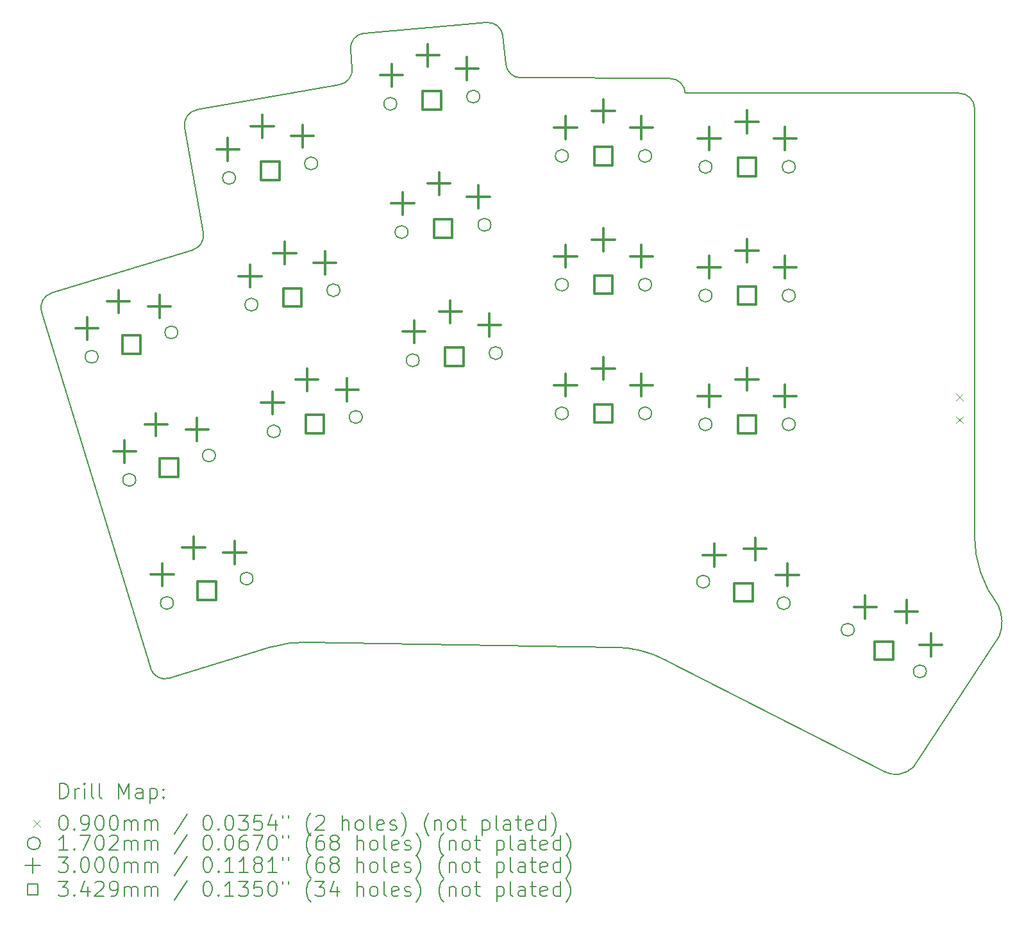
<source format=gbr>
%FSLAX45Y45*%
G04 Gerber Fmt 4.5, Leading zero omitted, Abs format (unit mm)*
G04 Created by KiCad (PCBNEW (6.0.4)) date 2022-04-28 23:50:09*
%MOMM*%
%LPD*%
G01*
G04 APERTURE LIST*
%TA.AperFunction,Profile*%
%ADD10C,0.150000*%
%TD*%
%ADD11C,0.200000*%
%ADD12C,0.090000*%
%ADD13C,0.170180*%
%ADD14C,0.300000*%
%ADD15C,0.342900*%
G04 APERTURE END LIST*
D10*
X10251727Y11883106D02*
G75*
G03*
X10450959Y11700537I199233J17424D01*
G01*
X8058800Y11611548D02*
G75*
G03*
X8223309Y11825945I-34731J196962D01*
G01*
X16763999Y4318001D02*
G75*
G03*
X16752859Y4733046I-472509J194990D01*
G01*
X16441111Y5648503D02*
G75*
G03*
X16752859Y4733046I1499999J-3D01*
G01*
X6012082Y11047576D02*
X6257677Y9654738D01*
X11692239Y4180264D02*
X7614896Y4246738D01*
X8383412Y12290698D02*
X9997248Y12431891D01*
X5559296Y3903629D02*
G75*
G03*
X5809038Y3770844I191264J58481D01*
G01*
X5809038Y3770844D02*
X7151887Y4181395D01*
X12620653Y11496648D02*
X14451046Y11496648D01*
X16241109Y11496648D02*
X14451046Y11496648D01*
X10450959Y11700537D02*
X12420716Y11691648D01*
X7614896Y4246737D02*
G75*
G03*
X7151887Y4181395I-24457J-1499797D01*
G01*
X4120834Y8608651D02*
X5559303Y3903631D01*
X10213921Y12250083D02*
G75*
G03*
X9997248Y12431891I-199241J-17433D01*
G01*
X6174314Y11279267D02*
G75*
G03*
X6012083Y11047576I34730J-196961D01*
G01*
X15635421Y2598579D02*
X16764000Y4318000D01*
X12374670Y4003461D02*
G75*
G03*
X11692239Y4180264I-706880J-1323001D01*
G01*
X15240000Y2540000D02*
X12374669Y4003459D01*
X12620656Y11496648D02*
G75*
G03*
X12420716Y11691648I-199936J-4998D01*
G01*
X15239997Y2539995D02*
G75*
G03*
X15635421Y2598579I158233J295765D01*
G01*
X4253621Y8858386D02*
G75*
G03*
X4120834Y8608650I58475J-191261D01*
G01*
X10213918Y12250083D02*
X10251720Y11883106D01*
X6174314Y11279267D02*
X8058800Y11611553D01*
X6119189Y9428752D02*
G75*
G03*
X6257677Y9654738I-58469J191258D01*
G01*
X8383413Y12290696D02*
G75*
G03*
X8201605Y12074028I17427J-199236D01*
G01*
X4253621Y8858386D02*
X6119190Y9428748D01*
X8223309Y11825945D02*
X8201605Y12074028D01*
X16441108Y11296648D02*
G75*
G03*
X16241109Y11496648I-199998J2D01*
G01*
X16441109Y5648503D02*
X16441109Y11296648D01*
D11*
D12*
X16196109Y7526648D02*
X16286109Y7436648D01*
X16286109Y7526648D02*
X16196109Y7436648D01*
X16196109Y7226648D02*
X16286109Y7136648D01*
X16286109Y7226648D02*
X16196109Y7136648D01*
D13*
X4868027Y8016350D02*
G75*
G03*
X4868027Y8016350I-85090J0D01*
G01*
X4868027Y8016350D02*
G75*
G03*
X4868027Y8016350I-85090J0D01*
G01*
X5365059Y6390632D02*
G75*
G03*
X5365059Y6390632I-85090J0D01*
G01*
X5365059Y6390632D02*
G75*
G03*
X5365059Y6390632I-85090J0D01*
G01*
X5862090Y4764914D02*
G75*
G03*
X5862090Y4764914I-85090J0D01*
G01*
X5862090Y4764914D02*
G75*
G03*
X5862090Y4764914I-85090J0D01*
G01*
X5919962Y8337959D02*
G75*
G03*
X5919962Y8337959I-85090J0D01*
G01*
X5919962Y8337959D02*
G75*
G03*
X5919962Y8337959I-85090J0D01*
G01*
X6416994Y6712241D02*
G75*
G03*
X6416994Y6712241I-85090J0D01*
G01*
X6416994Y6712241D02*
G75*
G03*
X6416994Y6712241I-85090J0D01*
G01*
X6682157Y10379000D02*
G75*
G03*
X6682157Y10379000I-85090J0D01*
G01*
X6682157Y10379000D02*
G75*
G03*
X6682157Y10379000I-85090J0D01*
G01*
X6914026Y5086523D02*
G75*
G03*
X6914026Y5086523I-85090J0D01*
G01*
X6914026Y5086523D02*
G75*
G03*
X6914026Y5086523I-85090J0D01*
G01*
X6977359Y8704827D02*
G75*
G03*
X6977359Y8704827I-85090J0D01*
G01*
X6977359Y8704827D02*
G75*
G03*
X6977359Y8704827I-85090J0D01*
G01*
X7272560Y7030654D02*
G75*
G03*
X7272560Y7030654I-85090J0D01*
G01*
X7272560Y7030654D02*
G75*
G03*
X7272560Y7030654I-85090J0D01*
G01*
X7765445Y10570013D02*
G75*
G03*
X7765445Y10570013I-85090J0D01*
G01*
X7765445Y10570013D02*
G75*
G03*
X7765445Y10570013I-85090J0D01*
G01*
X8060647Y8895840D02*
G75*
G03*
X8060647Y8895840I-85090J0D01*
G01*
X8060647Y8895840D02*
G75*
G03*
X8060647Y8895840I-85090J0D01*
G01*
X8355849Y7221667D02*
G75*
G03*
X8355849Y7221667I-85090J0D01*
G01*
X8355849Y7221667D02*
G75*
G03*
X8355849Y7221667I-85090J0D01*
G01*
X8811183Y11357012D02*
G75*
G03*
X8811183Y11357012I-85090J0D01*
G01*
X8811183Y11357012D02*
G75*
G03*
X8811183Y11357012I-85090J0D01*
G01*
X8959347Y9663481D02*
G75*
G03*
X8959347Y9663481I-85090J0D01*
G01*
X8959347Y9663481D02*
G75*
G03*
X8959347Y9663481I-85090J0D01*
G01*
X9107512Y7969950D02*
G75*
G03*
X9107512Y7969950I-85090J0D01*
G01*
X9107512Y7969950D02*
G75*
G03*
X9107512Y7969950I-85090J0D01*
G01*
X9906997Y11452883D02*
G75*
G03*
X9906997Y11452883I-85090J0D01*
G01*
X9906997Y11452883D02*
G75*
G03*
X9906997Y11452883I-85090J0D01*
G01*
X10055161Y9759352D02*
G75*
G03*
X10055161Y9759352I-85090J0D01*
G01*
X10055161Y9759352D02*
G75*
G03*
X10055161Y9759352I-85090J0D01*
G01*
X10203326Y8065821D02*
G75*
G03*
X10203326Y8065821I-85090J0D01*
G01*
X10203326Y8065821D02*
G75*
G03*
X10203326Y8065821I-85090J0D01*
G01*
X11076199Y10668602D02*
G75*
G03*
X11076199Y10668602I-85090J0D01*
G01*
X11076199Y10668602D02*
G75*
G03*
X11076199Y10668602I-85090J0D01*
G01*
X11076199Y8968602D02*
G75*
G03*
X11076199Y8968602I-85090J0D01*
G01*
X11076199Y8968602D02*
G75*
G03*
X11076199Y8968602I-85090J0D01*
G01*
X11076199Y7268602D02*
G75*
G03*
X11076199Y7268602I-85090J0D01*
G01*
X11076199Y7268602D02*
G75*
G03*
X11076199Y7268602I-85090J0D01*
G01*
X12176199Y10668602D02*
G75*
G03*
X12176199Y10668602I-85090J0D01*
G01*
X12176199Y10668602D02*
G75*
G03*
X12176199Y10668602I-85090J0D01*
G01*
X12176199Y8968602D02*
G75*
G03*
X12176199Y8968602I-85090J0D01*
G01*
X12176199Y8968602D02*
G75*
G03*
X12176199Y8968602I-85090J0D01*
G01*
X12176199Y7268602D02*
G75*
G03*
X12176199Y7268602I-85090J0D01*
G01*
X12176199Y7268602D02*
G75*
G03*
X12176199Y7268602I-85090J0D01*
G01*
X12942935Y5046224D02*
G75*
G03*
X12942935Y5046224I-85090J0D01*
G01*
X12942935Y5046224D02*
G75*
G03*
X12942935Y5046224I-85090J0D01*
G01*
X12972866Y10524629D02*
G75*
G03*
X12972866Y10524629I-85090J0D01*
G01*
X12972866Y10524629D02*
G75*
G03*
X12972866Y10524629I-85090J0D01*
G01*
X12972866Y8824629D02*
G75*
G03*
X12972866Y8824629I-85090J0D01*
G01*
X12972866Y8824629D02*
G75*
G03*
X12972866Y8824629I-85090J0D01*
G01*
X12972866Y7124629D02*
G75*
G03*
X12972866Y7124629I-85090J0D01*
G01*
X12972866Y7124629D02*
G75*
G03*
X12972866Y7124629I-85090J0D01*
G01*
X14005454Y4761523D02*
G75*
G03*
X14005454Y4761523I-85090J0D01*
G01*
X14005454Y4761523D02*
G75*
G03*
X14005454Y4761523I-85090J0D01*
G01*
X14072866Y10524629D02*
G75*
G03*
X14072866Y10524629I-85090J0D01*
G01*
X14072866Y10524629D02*
G75*
G03*
X14072866Y10524629I-85090J0D01*
G01*
X14072866Y8824629D02*
G75*
G03*
X14072866Y8824629I-85090J0D01*
G01*
X14072866Y8824629D02*
G75*
G03*
X14072866Y8824629I-85090J0D01*
G01*
X14072866Y7124629D02*
G75*
G03*
X14072866Y7124629I-85090J0D01*
G01*
X14072866Y7124629D02*
G75*
G03*
X14072866Y7124629I-85090J0D01*
G01*
X14851640Y4411021D02*
G75*
G03*
X14851640Y4411021I-85090J0D01*
G01*
X14851640Y4411021D02*
G75*
G03*
X14851640Y4411021I-85090J0D01*
G01*
X15804268Y3861021D02*
G75*
G03*
X15804268Y3861021I-85090J0D01*
G01*
X15804268Y3861021D02*
G75*
G03*
X15804268Y3861021I-85090J0D01*
G01*
D14*
X4721113Y8539583D02*
X4721113Y8239583D01*
X4571113Y8389583D02*
X4871113Y8389583D01*
X5134943Y8896156D02*
X5134943Y8596156D01*
X4984943Y8746156D02*
X5284943Y8746156D01*
X5134943Y8896156D02*
X5134943Y8596156D01*
X4984943Y8746156D02*
X5284943Y8746156D01*
X5218144Y6913865D02*
X5218144Y6613865D01*
X5068144Y6763865D02*
X5368144Y6763865D01*
X5631975Y7270437D02*
X5631975Y6970437D01*
X5481975Y7120437D02*
X5781975Y7120437D01*
X5631975Y7270437D02*
X5631975Y6970437D01*
X5481975Y7120437D02*
X5781975Y7120437D01*
X5677417Y8831954D02*
X5677417Y8531954D01*
X5527417Y8681954D02*
X5827417Y8681954D01*
X5715176Y5288147D02*
X5715176Y4988147D01*
X5565176Y5138147D02*
X5865176Y5138147D01*
X6129007Y5644719D02*
X6129007Y5344719D01*
X5979007Y5494719D02*
X6279007Y5494719D01*
X6129007Y5644719D02*
X6129007Y5344719D01*
X5979007Y5494719D02*
X6279007Y5494719D01*
X6174449Y7206236D02*
X6174449Y6906236D01*
X6024449Y7056236D02*
X6324449Y7056236D01*
X6581189Y10906986D02*
X6581189Y10606986D01*
X6431189Y10756986D02*
X6731189Y10756986D01*
X6671481Y5580518D02*
X6671481Y5280518D01*
X6521481Y5430518D02*
X6821481Y5430518D01*
X6876391Y9232812D02*
X6876391Y8932812D01*
X6726391Y9082812D02*
X7026391Y9082812D01*
X7035390Y11210467D02*
X7035390Y10910467D01*
X6885390Y11060467D02*
X7185390Y11060467D01*
X7035390Y11210467D02*
X7035390Y10910467D01*
X6885390Y11060467D02*
X7185390Y11060467D01*
X7171593Y7558639D02*
X7171593Y7258639D01*
X7021593Y7408639D02*
X7321593Y7408639D01*
X7330592Y9536294D02*
X7330592Y9236294D01*
X7180592Y9386294D02*
X7480592Y9386294D01*
X7330592Y9536294D02*
X7330592Y9236294D01*
X7180592Y9386294D02*
X7480592Y9386294D01*
X7565997Y11080634D02*
X7565997Y10780634D01*
X7415997Y10930634D02*
X7715997Y10930634D01*
X7625794Y7862121D02*
X7625794Y7562121D01*
X7475794Y7712121D02*
X7775794Y7712121D01*
X7625794Y7862121D02*
X7625794Y7562121D01*
X7475794Y7712121D02*
X7775794Y7712121D01*
X7861199Y9406461D02*
X7861199Y9106461D01*
X7711199Y9256461D02*
X8011199Y9256461D01*
X8156401Y7732287D02*
X8156401Y7432287D01*
X8006401Y7582287D02*
X8306401Y7582287D01*
X8743219Y11884943D02*
X8743219Y11584943D01*
X8593219Y11734943D02*
X8893219Y11734943D01*
X8891384Y10191412D02*
X8891384Y9891412D01*
X8741384Y10041412D02*
X9041384Y10041412D01*
X9039548Y8497881D02*
X9039548Y8197881D01*
X8889548Y8347881D02*
X9189548Y8347881D01*
X9222142Y12147683D02*
X9222142Y11847683D01*
X9072142Y11997683D02*
X9372142Y11997683D01*
X9222142Y12147683D02*
X9222142Y11847683D01*
X9072142Y11997683D02*
X9372142Y11997683D01*
X9370307Y10454153D02*
X9370307Y10154153D01*
X9220307Y10304153D02*
X9520307Y10304153D01*
X9370307Y10454153D02*
X9370307Y10154153D01*
X9220307Y10304153D02*
X9520307Y10304153D01*
X9518471Y8760622D02*
X9518471Y8460622D01*
X9368471Y8610622D02*
X9668471Y8610622D01*
X9518471Y8760622D02*
X9518471Y8460622D01*
X9368471Y8610622D02*
X9668471Y8610622D01*
X9739414Y11972099D02*
X9739414Y11672099D01*
X9589414Y11822099D02*
X9889414Y11822099D01*
X9887578Y10278568D02*
X9887578Y9978568D01*
X9737578Y10128568D02*
X10037578Y10128568D01*
X10035743Y8585037D02*
X10035743Y8285037D01*
X9885743Y8435037D02*
X10185743Y8435037D01*
X11041109Y11193602D02*
X11041109Y10893602D01*
X10891109Y11043602D02*
X11191109Y11043602D01*
X11041109Y9493602D02*
X11041109Y9193602D01*
X10891109Y9343602D02*
X11191109Y9343602D01*
X11041109Y7793602D02*
X11041109Y7493602D01*
X10891109Y7643602D02*
X11191109Y7643602D01*
X11541109Y11413602D02*
X11541109Y11113602D01*
X11391109Y11263602D02*
X11691109Y11263602D01*
X11541109Y11413602D02*
X11541109Y11113602D01*
X11391109Y11263602D02*
X11691109Y11263602D01*
X11541109Y9713602D02*
X11541109Y9413602D01*
X11391109Y9563602D02*
X11691109Y9563602D01*
X11541109Y9713602D02*
X11541109Y9413602D01*
X11391109Y9563602D02*
X11691109Y9563602D01*
X11541109Y8013602D02*
X11541109Y7713602D01*
X11391109Y7863602D02*
X11691109Y7863602D01*
X11541109Y8013602D02*
X11541109Y7713602D01*
X11391109Y7863602D02*
X11691109Y7863602D01*
X12041109Y11193602D02*
X12041109Y10893602D01*
X11891109Y11043602D02*
X12191109Y11043602D01*
X12041109Y9493602D02*
X12041109Y9193602D01*
X11891109Y9343602D02*
X12191109Y9343602D01*
X12041109Y7793602D02*
X12041109Y7493602D01*
X11891109Y7643602D02*
X12191109Y7643602D01*
X12937776Y11049629D02*
X12937776Y10749629D01*
X12787776Y10899629D02*
X13087776Y10899629D01*
X12937776Y9349629D02*
X12937776Y9049629D01*
X12787776Y9199629D02*
X13087776Y9199629D01*
X12937776Y7649629D02*
X12937776Y7349629D01*
X12787776Y7499629D02*
X13087776Y7499629D01*
X13003199Y5545506D02*
X13003199Y5245506D01*
X12853199Y5395506D02*
X13153199Y5395506D01*
X13437776Y11269629D02*
X13437776Y10969629D01*
X13287776Y11119629D02*
X13587776Y11119629D01*
X13437776Y11269629D02*
X13437776Y10969629D01*
X13287776Y11119629D02*
X13587776Y11119629D01*
X13437776Y9569629D02*
X13437776Y9269629D01*
X13287776Y9419629D02*
X13587776Y9419629D01*
X13437776Y9569629D02*
X13437776Y9269629D01*
X13287776Y9419629D02*
X13587776Y9419629D01*
X13437776Y7869629D02*
X13437776Y7569629D01*
X13287776Y7719629D02*
X13587776Y7719629D01*
X13437776Y7869629D02*
X13437776Y7569629D01*
X13287776Y7719629D02*
X13587776Y7719629D01*
X13543102Y5628600D02*
X13543102Y5328600D01*
X13393102Y5478600D02*
X13693102Y5478600D01*
X13543102Y5628600D02*
X13543102Y5328600D01*
X13393102Y5478600D02*
X13693102Y5478600D01*
X13937776Y11049629D02*
X13937776Y10749629D01*
X13787776Y10899629D02*
X14087776Y10899629D01*
X13937776Y9349629D02*
X13937776Y9049629D01*
X13787776Y9199629D02*
X14087776Y9199629D01*
X13937776Y7649629D02*
X13937776Y7349629D01*
X13787776Y7499629D02*
X14087776Y7499629D01*
X13969125Y5286687D02*
X13969125Y4986687D01*
X13819125Y5136687D02*
X14119125Y5136687D01*
X14997352Y4860781D02*
X14997352Y4560781D01*
X14847352Y4710781D02*
X15147352Y4710781D01*
X15540364Y4801306D02*
X15540364Y4501306D01*
X15390364Y4651306D02*
X15690364Y4651306D01*
X15540364Y4801306D02*
X15540364Y4501306D01*
X15390364Y4651306D02*
X15690364Y4651306D01*
X15863377Y4360781D02*
X15863377Y4060781D01*
X15713377Y4210781D02*
X16013377Y4210781D01*
D15*
X5430139Y8055920D02*
X5430139Y8298389D01*
X5187670Y8298389D01*
X5187670Y8055920D01*
X5430139Y8055920D01*
X5430139Y8055920D02*
X5430139Y8298389D01*
X5187670Y8298389D01*
X5187670Y8055920D01*
X5430139Y8055920D01*
X5927171Y6430202D02*
X5927171Y6672671D01*
X5684702Y6672671D01*
X5684702Y6430202D01*
X5927171Y6430202D01*
X5927171Y6430202D02*
X5927171Y6672671D01*
X5684702Y6672671D01*
X5684702Y6430202D01*
X5927171Y6430202D01*
X6424203Y4804484D02*
X6424203Y5046953D01*
X6181733Y5046953D01*
X6181733Y4804484D01*
X6424203Y4804484D01*
X6424203Y4804484D02*
X6424203Y5046953D01*
X6181733Y5046953D01*
X6181733Y4804484D01*
X6424203Y4804484D01*
X7259946Y10353272D02*
X7259946Y10595741D01*
X7017476Y10595741D01*
X7017476Y10353272D01*
X7259946Y10353272D01*
X7259946Y10353272D02*
X7259946Y10595741D01*
X7017476Y10595741D01*
X7017476Y10353272D01*
X7259946Y10353272D01*
X7555147Y8679099D02*
X7555147Y8921568D01*
X7312678Y8921568D01*
X7312678Y8679099D01*
X7555147Y8679099D01*
X7555147Y8679099D02*
X7555147Y8921568D01*
X7312678Y8921568D01*
X7312678Y8679099D01*
X7555147Y8679099D01*
X7850349Y7004926D02*
X7850349Y7247395D01*
X7607880Y7247395D01*
X7607880Y7004926D01*
X7850349Y7004926D01*
X7850349Y7004926D02*
X7850349Y7247395D01*
X7607880Y7247395D01*
X7607880Y7004926D01*
X7850349Y7004926D01*
X9395234Y11283713D02*
X9395234Y11526182D01*
X9152765Y11526182D01*
X9152765Y11283713D01*
X9395234Y11283713D01*
X9395234Y11283713D02*
X9395234Y11526182D01*
X9152765Y11526182D01*
X9152765Y11283713D01*
X9395234Y11283713D01*
X9543399Y9590182D02*
X9543399Y9832651D01*
X9300930Y9832651D01*
X9300930Y9590182D01*
X9543399Y9590182D01*
X9543399Y9590182D02*
X9543399Y9832651D01*
X9300930Y9832651D01*
X9300930Y9590182D01*
X9543399Y9590182D01*
X9691564Y7896651D02*
X9691564Y8139120D01*
X9449095Y8139120D01*
X9449095Y7896651D01*
X9691564Y7896651D01*
X9691564Y7896651D02*
X9691564Y8139120D01*
X9449095Y8139120D01*
X9449095Y7896651D01*
X9691564Y7896651D01*
X11662343Y10547367D02*
X11662343Y10789836D01*
X11419874Y10789836D01*
X11419874Y10547367D01*
X11662343Y10547367D01*
X11662343Y10547367D02*
X11662343Y10789836D01*
X11419874Y10789836D01*
X11419874Y10547367D01*
X11662343Y10547367D01*
X11662343Y8847367D02*
X11662343Y9089836D01*
X11419874Y9089836D01*
X11419874Y8847367D01*
X11662343Y8847367D01*
X11662343Y8847367D02*
X11662343Y9089836D01*
X11419874Y9089836D01*
X11419874Y8847367D01*
X11662343Y8847367D01*
X11662343Y7147367D02*
X11662343Y7389836D01*
X11419874Y7389836D01*
X11419874Y7147367D01*
X11662343Y7147367D01*
X11662343Y7147367D02*
X11662343Y7389836D01*
X11419874Y7389836D01*
X11419874Y7147367D01*
X11662343Y7147367D01*
X13510339Y4782639D02*
X13510339Y5025108D01*
X13267870Y5025108D01*
X13267870Y4782639D01*
X13510339Y4782639D01*
X13510339Y4782639D02*
X13510339Y5025108D01*
X13267870Y5025108D01*
X13267870Y4782639D01*
X13510339Y4782639D01*
X13559010Y10403394D02*
X13559010Y10645864D01*
X13316541Y10645864D01*
X13316541Y10403394D01*
X13559010Y10403394D01*
X13559010Y10403394D02*
X13559010Y10645864D01*
X13316541Y10645864D01*
X13316541Y10403394D01*
X13559010Y10403394D01*
X13559010Y8703394D02*
X13559010Y8945864D01*
X13316541Y8945864D01*
X13316541Y8703394D01*
X13559010Y8703394D01*
X13559010Y8703394D02*
X13559010Y8945864D01*
X13316541Y8945864D01*
X13316541Y8703394D01*
X13559010Y8703394D01*
X13559010Y7003394D02*
X13559010Y7245863D01*
X13316541Y7245863D01*
X13316541Y7003394D01*
X13559010Y7003394D01*
X13559010Y7003394D02*
X13559010Y7245863D01*
X13316541Y7245863D01*
X13316541Y7003394D01*
X13559010Y7003394D01*
X15364099Y4014787D02*
X15364099Y4257256D01*
X15121630Y4257256D01*
X15121630Y4014787D01*
X15364099Y4014787D01*
X15364099Y4014787D02*
X15364099Y4257256D01*
X15121630Y4257256D01*
X15121630Y4014787D01*
X15364099Y4014787D01*
D11*
X4362214Y2182352D02*
X4362214Y2382352D01*
X4409833Y2382352D01*
X4438405Y2372828D01*
X4457452Y2353780D01*
X4466976Y2334733D01*
X4476500Y2296637D01*
X4476500Y2268066D01*
X4466976Y2229971D01*
X4457452Y2210923D01*
X4438405Y2191875D01*
X4409833Y2182352D01*
X4362214Y2182352D01*
X4562214Y2182352D02*
X4562214Y2315685D01*
X4562214Y2277590D02*
X4571738Y2296637D01*
X4581262Y2306161D01*
X4600309Y2315685D01*
X4619357Y2315685D01*
X4686024Y2182352D02*
X4686024Y2315685D01*
X4686024Y2382352D02*
X4676500Y2372828D01*
X4686024Y2363304D01*
X4695547Y2372828D01*
X4686024Y2382352D01*
X4686024Y2363304D01*
X4809833Y2182352D02*
X4790785Y2191875D01*
X4781262Y2210923D01*
X4781262Y2382352D01*
X4914595Y2182352D02*
X4895547Y2191875D01*
X4886024Y2210923D01*
X4886024Y2382352D01*
X5143166Y2182352D02*
X5143166Y2382352D01*
X5209833Y2239494D01*
X5276500Y2382352D01*
X5276500Y2182352D01*
X5457452Y2182352D02*
X5457452Y2287114D01*
X5447928Y2306161D01*
X5428881Y2315685D01*
X5390785Y2315685D01*
X5371738Y2306161D01*
X5457452Y2191875D02*
X5438405Y2182352D01*
X5390785Y2182352D01*
X5371738Y2191875D01*
X5362214Y2210923D01*
X5362214Y2229971D01*
X5371738Y2249018D01*
X5390785Y2258542D01*
X5438405Y2258542D01*
X5457452Y2268066D01*
X5552690Y2315685D02*
X5552690Y2115685D01*
X5552690Y2306161D02*
X5571738Y2315685D01*
X5609833Y2315685D01*
X5628881Y2306161D01*
X5638404Y2296637D01*
X5647928Y2277590D01*
X5647928Y2220447D01*
X5638404Y2201399D01*
X5628881Y2191875D01*
X5609833Y2182352D01*
X5571738Y2182352D01*
X5552690Y2191875D01*
X5733643Y2201399D02*
X5743166Y2191875D01*
X5733643Y2182352D01*
X5724119Y2191875D01*
X5733643Y2201399D01*
X5733643Y2182352D01*
X5733643Y2306161D02*
X5743166Y2296637D01*
X5733643Y2287114D01*
X5724119Y2296637D01*
X5733643Y2306161D01*
X5733643Y2287114D01*
D12*
X4014595Y1897828D02*
X4104595Y1807828D01*
X4104595Y1897828D02*
X4014595Y1807828D01*
D11*
X4400309Y1962352D02*
X4419357Y1962352D01*
X4438405Y1952828D01*
X4447928Y1943304D01*
X4457452Y1924256D01*
X4466976Y1886161D01*
X4466976Y1838542D01*
X4457452Y1800447D01*
X4447928Y1781399D01*
X4438405Y1771875D01*
X4419357Y1762352D01*
X4400309Y1762352D01*
X4381262Y1771875D01*
X4371738Y1781399D01*
X4362214Y1800447D01*
X4352690Y1838542D01*
X4352690Y1886161D01*
X4362214Y1924256D01*
X4371738Y1943304D01*
X4381262Y1952828D01*
X4400309Y1962352D01*
X4552690Y1781399D02*
X4562214Y1771875D01*
X4552690Y1762352D01*
X4543166Y1771875D01*
X4552690Y1781399D01*
X4552690Y1762352D01*
X4657452Y1762352D02*
X4695547Y1762352D01*
X4714595Y1771875D01*
X4724119Y1781399D01*
X4743166Y1809971D01*
X4752690Y1848066D01*
X4752690Y1924256D01*
X4743166Y1943304D01*
X4733643Y1952828D01*
X4714595Y1962352D01*
X4676500Y1962352D01*
X4657452Y1952828D01*
X4647928Y1943304D01*
X4638405Y1924256D01*
X4638405Y1876637D01*
X4647928Y1857590D01*
X4657452Y1848066D01*
X4676500Y1838542D01*
X4714595Y1838542D01*
X4733643Y1848066D01*
X4743166Y1857590D01*
X4752690Y1876637D01*
X4876500Y1962352D02*
X4895547Y1962352D01*
X4914595Y1952828D01*
X4924119Y1943304D01*
X4933643Y1924256D01*
X4943166Y1886161D01*
X4943166Y1838542D01*
X4933643Y1800447D01*
X4924119Y1781399D01*
X4914595Y1771875D01*
X4895547Y1762352D01*
X4876500Y1762352D01*
X4857452Y1771875D01*
X4847928Y1781399D01*
X4838405Y1800447D01*
X4828881Y1838542D01*
X4828881Y1886161D01*
X4838405Y1924256D01*
X4847928Y1943304D01*
X4857452Y1952828D01*
X4876500Y1962352D01*
X5066976Y1962352D02*
X5086024Y1962352D01*
X5105071Y1952828D01*
X5114595Y1943304D01*
X5124119Y1924256D01*
X5133643Y1886161D01*
X5133643Y1838542D01*
X5124119Y1800447D01*
X5114595Y1781399D01*
X5105071Y1771875D01*
X5086024Y1762352D01*
X5066976Y1762352D01*
X5047928Y1771875D01*
X5038405Y1781399D01*
X5028881Y1800447D01*
X5019357Y1838542D01*
X5019357Y1886161D01*
X5028881Y1924256D01*
X5038405Y1943304D01*
X5047928Y1952828D01*
X5066976Y1962352D01*
X5219357Y1762352D02*
X5219357Y1895685D01*
X5219357Y1876637D02*
X5228881Y1886161D01*
X5247928Y1895685D01*
X5276500Y1895685D01*
X5295547Y1886161D01*
X5305071Y1867113D01*
X5305071Y1762352D01*
X5305071Y1867113D02*
X5314595Y1886161D01*
X5333643Y1895685D01*
X5362214Y1895685D01*
X5381262Y1886161D01*
X5390785Y1867113D01*
X5390785Y1762352D01*
X5486024Y1762352D02*
X5486024Y1895685D01*
X5486024Y1876637D02*
X5495547Y1886161D01*
X5514595Y1895685D01*
X5543166Y1895685D01*
X5562214Y1886161D01*
X5571738Y1867113D01*
X5571738Y1762352D01*
X5571738Y1867113D02*
X5581262Y1886161D01*
X5600309Y1895685D01*
X5628881Y1895685D01*
X5647928Y1886161D01*
X5657452Y1867113D01*
X5657452Y1762352D01*
X6047928Y1971875D02*
X5876500Y1714732D01*
X6305071Y1962352D02*
X6324119Y1962352D01*
X6343166Y1952828D01*
X6352690Y1943304D01*
X6362214Y1924256D01*
X6371738Y1886161D01*
X6371738Y1838542D01*
X6362214Y1800447D01*
X6352690Y1781399D01*
X6343166Y1771875D01*
X6324119Y1762352D01*
X6305071Y1762352D01*
X6286023Y1771875D01*
X6276500Y1781399D01*
X6266976Y1800447D01*
X6257452Y1838542D01*
X6257452Y1886161D01*
X6266976Y1924256D01*
X6276500Y1943304D01*
X6286023Y1952828D01*
X6305071Y1962352D01*
X6457452Y1781399D02*
X6466976Y1771875D01*
X6457452Y1762352D01*
X6447928Y1771875D01*
X6457452Y1781399D01*
X6457452Y1762352D01*
X6590785Y1962352D02*
X6609833Y1962352D01*
X6628881Y1952828D01*
X6638404Y1943304D01*
X6647928Y1924256D01*
X6657452Y1886161D01*
X6657452Y1838542D01*
X6647928Y1800447D01*
X6638404Y1781399D01*
X6628881Y1771875D01*
X6609833Y1762352D01*
X6590785Y1762352D01*
X6571738Y1771875D01*
X6562214Y1781399D01*
X6552690Y1800447D01*
X6543166Y1838542D01*
X6543166Y1886161D01*
X6552690Y1924256D01*
X6562214Y1943304D01*
X6571738Y1952828D01*
X6590785Y1962352D01*
X6724119Y1962352D02*
X6847928Y1962352D01*
X6781262Y1886161D01*
X6809833Y1886161D01*
X6828881Y1876637D01*
X6838404Y1867113D01*
X6847928Y1848066D01*
X6847928Y1800447D01*
X6838404Y1781399D01*
X6828881Y1771875D01*
X6809833Y1762352D01*
X6752690Y1762352D01*
X6733643Y1771875D01*
X6724119Y1781399D01*
X7028881Y1962352D02*
X6933643Y1962352D01*
X6924119Y1867113D01*
X6933643Y1876637D01*
X6952690Y1886161D01*
X7000309Y1886161D01*
X7019357Y1876637D01*
X7028881Y1867113D01*
X7038404Y1848066D01*
X7038404Y1800447D01*
X7028881Y1781399D01*
X7019357Y1771875D01*
X7000309Y1762352D01*
X6952690Y1762352D01*
X6933643Y1771875D01*
X6924119Y1781399D01*
X7209833Y1895685D02*
X7209833Y1762352D01*
X7162214Y1971875D02*
X7114595Y1829018D01*
X7238404Y1829018D01*
X7305071Y1962352D02*
X7305071Y1924256D01*
X7381262Y1962352D02*
X7381262Y1924256D01*
X7676500Y1686161D02*
X7666976Y1695685D01*
X7647928Y1724256D01*
X7638404Y1743304D01*
X7628881Y1771875D01*
X7619357Y1819494D01*
X7619357Y1857590D01*
X7628881Y1905209D01*
X7638404Y1933780D01*
X7647928Y1952828D01*
X7666976Y1981399D01*
X7676500Y1990923D01*
X7743166Y1943304D02*
X7752690Y1952828D01*
X7771738Y1962352D01*
X7819357Y1962352D01*
X7838404Y1952828D01*
X7847928Y1943304D01*
X7857452Y1924256D01*
X7857452Y1905209D01*
X7847928Y1876637D01*
X7733643Y1762352D01*
X7857452Y1762352D01*
X8095547Y1762352D02*
X8095547Y1962352D01*
X8181262Y1762352D02*
X8181262Y1867113D01*
X8171738Y1886161D01*
X8152690Y1895685D01*
X8124119Y1895685D01*
X8105071Y1886161D01*
X8095547Y1876637D01*
X8305071Y1762352D02*
X8286023Y1771875D01*
X8276500Y1781399D01*
X8266976Y1800447D01*
X8266976Y1857590D01*
X8276500Y1876637D01*
X8286023Y1886161D01*
X8305071Y1895685D01*
X8333643Y1895685D01*
X8352690Y1886161D01*
X8362214Y1876637D01*
X8371738Y1857590D01*
X8371738Y1800447D01*
X8362214Y1781399D01*
X8352690Y1771875D01*
X8333643Y1762352D01*
X8305071Y1762352D01*
X8486024Y1762352D02*
X8466976Y1771875D01*
X8457452Y1790923D01*
X8457452Y1962352D01*
X8638405Y1771875D02*
X8619357Y1762352D01*
X8581262Y1762352D01*
X8562214Y1771875D01*
X8552690Y1790923D01*
X8552690Y1867113D01*
X8562214Y1886161D01*
X8581262Y1895685D01*
X8619357Y1895685D01*
X8638405Y1886161D01*
X8647928Y1867113D01*
X8647928Y1848066D01*
X8552690Y1829018D01*
X8724119Y1771875D02*
X8743166Y1762352D01*
X8781262Y1762352D01*
X8800309Y1771875D01*
X8809833Y1790923D01*
X8809833Y1800447D01*
X8800309Y1819494D01*
X8781262Y1829018D01*
X8752690Y1829018D01*
X8733643Y1838542D01*
X8724119Y1857590D01*
X8724119Y1867113D01*
X8733643Y1886161D01*
X8752690Y1895685D01*
X8781262Y1895685D01*
X8800309Y1886161D01*
X8876500Y1686161D02*
X8886024Y1695685D01*
X8905071Y1724256D01*
X8914595Y1743304D01*
X8924119Y1771875D01*
X8933643Y1819494D01*
X8933643Y1857590D01*
X8924119Y1905209D01*
X8914595Y1933780D01*
X8905071Y1952828D01*
X8886024Y1981399D01*
X8876500Y1990923D01*
X9238405Y1686161D02*
X9228881Y1695685D01*
X9209833Y1724256D01*
X9200309Y1743304D01*
X9190785Y1771875D01*
X9181262Y1819494D01*
X9181262Y1857590D01*
X9190785Y1905209D01*
X9200309Y1933780D01*
X9209833Y1952828D01*
X9228881Y1981399D01*
X9238405Y1990923D01*
X9314595Y1895685D02*
X9314595Y1762352D01*
X9314595Y1876637D02*
X9324119Y1886161D01*
X9343166Y1895685D01*
X9371738Y1895685D01*
X9390785Y1886161D01*
X9400309Y1867113D01*
X9400309Y1762352D01*
X9524119Y1762352D02*
X9505071Y1771875D01*
X9495547Y1781399D01*
X9486024Y1800447D01*
X9486024Y1857590D01*
X9495547Y1876637D01*
X9505071Y1886161D01*
X9524119Y1895685D01*
X9552690Y1895685D01*
X9571738Y1886161D01*
X9581262Y1876637D01*
X9590785Y1857590D01*
X9590785Y1800447D01*
X9581262Y1781399D01*
X9571738Y1771875D01*
X9552690Y1762352D01*
X9524119Y1762352D01*
X9647928Y1895685D02*
X9724119Y1895685D01*
X9676500Y1962352D02*
X9676500Y1790923D01*
X9686024Y1771875D01*
X9705071Y1762352D01*
X9724119Y1762352D01*
X9943166Y1895685D02*
X9943166Y1695685D01*
X9943166Y1886161D02*
X9962214Y1895685D01*
X10000309Y1895685D01*
X10019357Y1886161D01*
X10028881Y1876637D01*
X10038405Y1857590D01*
X10038405Y1800447D01*
X10028881Y1781399D01*
X10019357Y1771875D01*
X10000309Y1762352D01*
X9962214Y1762352D01*
X9943166Y1771875D01*
X10152690Y1762352D02*
X10133643Y1771875D01*
X10124119Y1790923D01*
X10124119Y1962352D01*
X10314595Y1762352D02*
X10314595Y1867113D01*
X10305071Y1886161D01*
X10286024Y1895685D01*
X10247928Y1895685D01*
X10228881Y1886161D01*
X10314595Y1771875D02*
X10295547Y1762352D01*
X10247928Y1762352D01*
X10228881Y1771875D01*
X10219357Y1790923D01*
X10219357Y1809971D01*
X10228881Y1829018D01*
X10247928Y1838542D01*
X10295547Y1838542D01*
X10314595Y1848066D01*
X10381262Y1895685D02*
X10457452Y1895685D01*
X10409833Y1962352D02*
X10409833Y1790923D01*
X10419357Y1771875D01*
X10438405Y1762352D01*
X10457452Y1762352D01*
X10600309Y1771875D02*
X10581262Y1762352D01*
X10543166Y1762352D01*
X10524119Y1771875D01*
X10514595Y1790923D01*
X10514595Y1867113D01*
X10524119Y1886161D01*
X10543166Y1895685D01*
X10581262Y1895685D01*
X10600309Y1886161D01*
X10609833Y1867113D01*
X10609833Y1848066D01*
X10514595Y1829018D01*
X10781262Y1762352D02*
X10781262Y1962352D01*
X10781262Y1771875D02*
X10762214Y1762352D01*
X10724119Y1762352D01*
X10705071Y1771875D01*
X10695547Y1781399D01*
X10686024Y1800447D01*
X10686024Y1857590D01*
X10695547Y1876637D01*
X10705071Y1886161D01*
X10724119Y1895685D01*
X10762214Y1895685D01*
X10781262Y1886161D01*
X10857452Y1686161D02*
X10866976Y1695685D01*
X10886024Y1724256D01*
X10895547Y1743304D01*
X10905071Y1771875D01*
X10914595Y1819494D01*
X10914595Y1857590D01*
X10905071Y1905209D01*
X10895547Y1933780D01*
X10886024Y1952828D01*
X10866976Y1981399D01*
X10857452Y1990923D01*
D13*
X4104595Y1588828D02*
G75*
G03*
X4104595Y1588828I-85090J0D01*
G01*
D11*
X4466976Y1498352D02*
X4352690Y1498352D01*
X4409833Y1498352D02*
X4409833Y1698352D01*
X4390785Y1669780D01*
X4371738Y1650732D01*
X4352690Y1641209D01*
X4552690Y1517399D02*
X4562214Y1507875D01*
X4552690Y1498352D01*
X4543166Y1507875D01*
X4552690Y1517399D01*
X4552690Y1498352D01*
X4628881Y1698352D02*
X4762214Y1698352D01*
X4676500Y1498352D01*
X4876500Y1698352D02*
X4895547Y1698352D01*
X4914595Y1688828D01*
X4924119Y1679304D01*
X4933643Y1660256D01*
X4943166Y1622161D01*
X4943166Y1574542D01*
X4933643Y1536447D01*
X4924119Y1517399D01*
X4914595Y1507875D01*
X4895547Y1498352D01*
X4876500Y1498352D01*
X4857452Y1507875D01*
X4847928Y1517399D01*
X4838405Y1536447D01*
X4828881Y1574542D01*
X4828881Y1622161D01*
X4838405Y1660256D01*
X4847928Y1679304D01*
X4857452Y1688828D01*
X4876500Y1698352D01*
X5019357Y1679304D02*
X5028881Y1688828D01*
X5047928Y1698352D01*
X5095547Y1698352D01*
X5114595Y1688828D01*
X5124119Y1679304D01*
X5133643Y1660256D01*
X5133643Y1641209D01*
X5124119Y1612637D01*
X5009833Y1498352D01*
X5133643Y1498352D01*
X5219357Y1498352D02*
X5219357Y1631685D01*
X5219357Y1612637D02*
X5228881Y1622161D01*
X5247928Y1631685D01*
X5276500Y1631685D01*
X5295547Y1622161D01*
X5305071Y1603113D01*
X5305071Y1498352D01*
X5305071Y1603113D02*
X5314595Y1622161D01*
X5333643Y1631685D01*
X5362214Y1631685D01*
X5381262Y1622161D01*
X5390785Y1603113D01*
X5390785Y1498352D01*
X5486024Y1498352D02*
X5486024Y1631685D01*
X5486024Y1612637D02*
X5495547Y1622161D01*
X5514595Y1631685D01*
X5543166Y1631685D01*
X5562214Y1622161D01*
X5571738Y1603113D01*
X5571738Y1498352D01*
X5571738Y1603113D02*
X5581262Y1622161D01*
X5600309Y1631685D01*
X5628881Y1631685D01*
X5647928Y1622161D01*
X5657452Y1603113D01*
X5657452Y1498352D01*
X6047928Y1707875D02*
X5876500Y1450732D01*
X6305071Y1698352D02*
X6324119Y1698352D01*
X6343166Y1688828D01*
X6352690Y1679304D01*
X6362214Y1660256D01*
X6371738Y1622161D01*
X6371738Y1574542D01*
X6362214Y1536447D01*
X6352690Y1517399D01*
X6343166Y1507875D01*
X6324119Y1498352D01*
X6305071Y1498352D01*
X6286023Y1507875D01*
X6276500Y1517399D01*
X6266976Y1536447D01*
X6257452Y1574542D01*
X6257452Y1622161D01*
X6266976Y1660256D01*
X6276500Y1679304D01*
X6286023Y1688828D01*
X6305071Y1698352D01*
X6457452Y1517399D02*
X6466976Y1507875D01*
X6457452Y1498352D01*
X6447928Y1507875D01*
X6457452Y1517399D01*
X6457452Y1498352D01*
X6590785Y1698352D02*
X6609833Y1698352D01*
X6628881Y1688828D01*
X6638404Y1679304D01*
X6647928Y1660256D01*
X6657452Y1622161D01*
X6657452Y1574542D01*
X6647928Y1536447D01*
X6638404Y1517399D01*
X6628881Y1507875D01*
X6609833Y1498352D01*
X6590785Y1498352D01*
X6571738Y1507875D01*
X6562214Y1517399D01*
X6552690Y1536447D01*
X6543166Y1574542D01*
X6543166Y1622161D01*
X6552690Y1660256D01*
X6562214Y1679304D01*
X6571738Y1688828D01*
X6590785Y1698352D01*
X6828881Y1698352D02*
X6790785Y1698352D01*
X6771738Y1688828D01*
X6762214Y1679304D01*
X6743166Y1650732D01*
X6733643Y1612637D01*
X6733643Y1536447D01*
X6743166Y1517399D01*
X6752690Y1507875D01*
X6771738Y1498352D01*
X6809833Y1498352D01*
X6828881Y1507875D01*
X6838404Y1517399D01*
X6847928Y1536447D01*
X6847928Y1584066D01*
X6838404Y1603113D01*
X6828881Y1612637D01*
X6809833Y1622161D01*
X6771738Y1622161D01*
X6752690Y1612637D01*
X6743166Y1603113D01*
X6733643Y1584066D01*
X6914595Y1698352D02*
X7047928Y1698352D01*
X6962214Y1498352D01*
X7162214Y1698352D02*
X7181262Y1698352D01*
X7200309Y1688828D01*
X7209833Y1679304D01*
X7219357Y1660256D01*
X7228881Y1622161D01*
X7228881Y1574542D01*
X7219357Y1536447D01*
X7209833Y1517399D01*
X7200309Y1507875D01*
X7181262Y1498352D01*
X7162214Y1498352D01*
X7143166Y1507875D01*
X7133643Y1517399D01*
X7124119Y1536447D01*
X7114595Y1574542D01*
X7114595Y1622161D01*
X7124119Y1660256D01*
X7133643Y1679304D01*
X7143166Y1688828D01*
X7162214Y1698352D01*
X7305071Y1698352D02*
X7305071Y1660256D01*
X7381262Y1698352D02*
X7381262Y1660256D01*
X7676500Y1422161D02*
X7666976Y1431685D01*
X7647928Y1460256D01*
X7638404Y1479304D01*
X7628881Y1507875D01*
X7619357Y1555494D01*
X7619357Y1593590D01*
X7628881Y1641209D01*
X7638404Y1669780D01*
X7647928Y1688828D01*
X7666976Y1717399D01*
X7676500Y1726923D01*
X7838404Y1698352D02*
X7800309Y1698352D01*
X7781262Y1688828D01*
X7771738Y1679304D01*
X7752690Y1650732D01*
X7743166Y1612637D01*
X7743166Y1536447D01*
X7752690Y1517399D01*
X7762214Y1507875D01*
X7781262Y1498352D01*
X7819357Y1498352D01*
X7838404Y1507875D01*
X7847928Y1517399D01*
X7857452Y1536447D01*
X7857452Y1584066D01*
X7847928Y1603113D01*
X7838404Y1612637D01*
X7819357Y1622161D01*
X7781262Y1622161D01*
X7762214Y1612637D01*
X7752690Y1603113D01*
X7743166Y1584066D01*
X7971738Y1612637D02*
X7952690Y1622161D01*
X7943166Y1631685D01*
X7933643Y1650732D01*
X7933643Y1660256D01*
X7943166Y1679304D01*
X7952690Y1688828D01*
X7971738Y1698352D01*
X8009833Y1698352D01*
X8028881Y1688828D01*
X8038404Y1679304D01*
X8047928Y1660256D01*
X8047928Y1650732D01*
X8038404Y1631685D01*
X8028881Y1622161D01*
X8009833Y1612637D01*
X7971738Y1612637D01*
X7952690Y1603113D01*
X7943166Y1593590D01*
X7933643Y1574542D01*
X7933643Y1536447D01*
X7943166Y1517399D01*
X7952690Y1507875D01*
X7971738Y1498352D01*
X8009833Y1498352D01*
X8028881Y1507875D01*
X8038404Y1517399D01*
X8047928Y1536447D01*
X8047928Y1574542D01*
X8038404Y1593590D01*
X8028881Y1603113D01*
X8009833Y1612637D01*
X8286023Y1498352D02*
X8286023Y1698352D01*
X8371738Y1498352D02*
X8371738Y1603113D01*
X8362214Y1622161D01*
X8343166Y1631685D01*
X8314595Y1631685D01*
X8295547Y1622161D01*
X8286023Y1612637D01*
X8495547Y1498352D02*
X8476500Y1507875D01*
X8466976Y1517399D01*
X8457452Y1536447D01*
X8457452Y1593590D01*
X8466976Y1612637D01*
X8476500Y1622161D01*
X8495547Y1631685D01*
X8524119Y1631685D01*
X8543166Y1622161D01*
X8552690Y1612637D01*
X8562214Y1593590D01*
X8562214Y1536447D01*
X8552690Y1517399D01*
X8543166Y1507875D01*
X8524119Y1498352D01*
X8495547Y1498352D01*
X8676500Y1498352D02*
X8657452Y1507875D01*
X8647928Y1526923D01*
X8647928Y1698352D01*
X8828881Y1507875D02*
X8809833Y1498352D01*
X8771738Y1498352D01*
X8752690Y1507875D01*
X8743166Y1526923D01*
X8743166Y1603113D01*
X8752690Y1622161D01*
X8771738Y1631685D01*
X8809833Y1631685D01*
X8828881Y1622161D01*
X8838405Y1603113D01*
X8838405Y1584066D01*
X8743166Y1565018D01*
X8914595Y1507875D02*
X8933643Y1498352D01*
X8971738Y1498352D01*
X8990785Y1507875D01*
X9000309Y1526923D01*
X9000309Y1536447D01*
X8990785Y1555494D01*
X8971738Y1565018D01*
X8943166Y1565018D01*
X8924119Y1574542D01*
X8914595Y1593590D01*
X8914595Y1603113D01*
X8924119Y1622161D01*
X8943166Y1631685D01*
X8971738Y1631685D01*
X8990785Y1622161D01*
X9066976Y1422161D02*
X9076500Y1431685D01*
X9095547Y1460256D01*
X9105071Y1479304D01*
X9114595Y1507875D01*
X9124119Y1555494D01*
X9124119Y1593590D01*
X9114595Y1641209D01*
X9105071Y1669780D01*
X9095547Y1688828D01*
X9076500Y1717399D01*
X9066976Y1726923D01*
X9428881Y1422161D02*
X9419357Y1431685D01*
X9400309Y1460256D01*
X9390785Y1479304D01*
X9381262Y1507875D01*
X9371738Y1555494D01*
X9371738Y1593590D01*
X9381262Y1641209D01*
X9390785Y1669780D01*
X9400309Y1688828D01*
X9419357Y1717399D01*
X9428881Y1726923D01*
X9505071Y1631685D02*
X9505071Y1498352D01*
X9505071Y1612637D02*
X9514595Y1622161D01*
X9533643Y1631685D01*
X9562214Y1631685D01*
X9581262Y1622161D01*
X9590785Y1603113D01*
X9590785Y1498352D01*
X9714595Y1498352D02*
X9695547Y1507875D01*
X9686024Y1517399D01*
X9676500Y1536447D01*
X9676500Y1593590D01*
X9686024Y1612637D01*
X9695547Y1622161D01*
X9714595Y1631685D01*
X9743166Y1631685D01*
X9762214Y1622161D01*
X9771738Y1612637D01*
X9781262Y1593590D01*
X9781262Y1536447D01*
X9771738Y1517399D01*
X9762214Y1507875D01*
X9743166Y1498352D01*
X9714595Y1498352D01*
X9838405Y1631685D02*
X9914595Y1631685D01*
X9866976Y1698352D02*
X9866976Y1526923D01*
X9876500Y1507875D01*
X9895547Y1498352D01*
X9914595Y1498352D01*
X10133643Y1631685D02*
X10133643Y1431685D01*
X10133643Y1622161D02*
X10152690Y1631685D01*
X10190785Y1631685D01*
X10209833Y1622161D01*
X10219357Y1612637D01*
X10228881Y1593590D01*
X10228881Y1536447D01*
X10219357Y1517399D01*
X10209833Y1507875D01*
X10190785Y1498352D01*
X10152690Y1498352D01*
X10133643Y1507875D01*
X10343166Y1498352D02*
X10324119Y1507875D01*
X10314595Y1526923D01*
X10314595Y1698352D01*
X10505071Y1498352D02*
X10505071Y1603113D01*
X10495547Y1622161D01*
X10476500Y1631685D01*
X10438405Y1631685D01*
X10419357Y1622161D01*
X10505071Y1507875D02*
X10486024Y1498352D01*
X10438405Y1498352D01*
X10419357Y1507875D01*
X10409833Y1526923D01*
X10409833Y1545971D01*
X10419357Y1565018D01*
X10438405Y1574542D01*
X10486024Y1574542D01*
X10505071Y1584066D01*
X10571738Y1631685D02*
X10647928Y1631685D01*
X10600309Y1698352D02*
X10600309Y1526923D01*
X10609833Y1507875D01*
X10628881Y1498352D01*
X10647928Y1498352D01*
X10790785Y1507875D02*
X10771738Y1498352D01*
X10733643Y1498352D01*
X10714595Y1507875D01*
X10705071Y1526923D01*
X10705071Y1603113D01*
X10714595Y1622161D01*
X10733643Y1631685D01*
X10771738Y1631685D01*
X10790785Y1622161D01*
X10800309Y1603113D01*
X10800309Y1584066D01*
X10705071Y1565018D01*
X10971738Y1498352D02*
X10971738Y1698352D01*
X10971738Y1507875D02*
X10952690Y1498352D01*
X10914595Y1498352D01*
X10895547Y1507875D01*
X10886024Y1517399D01*
X10876500Y1536447D01*
X10876500Y1593590D01*
X10886024Y1612637D01*
X10895547Y1622161D01*
X10914595Y1631685D01*
X10952690Y1631685D01*
X10971738Y1622161D01*
X11047928Y1422161D02*
X11057452Y1431685D01*
X11076500Y1460256D01*
X11086024Y1479304D01*
X11095547Y1507875D01*
X11105071Y1555494D01*
X11105071Y1593590D01*
X11095547Y1641209D01*
X11086024Y1669780D01*
X11076500Y1688828D01*
X11057452Y1717399D01*
X11047928Y1726923D01*
X4004595Y1398648D02*
X4004595Y1198648D01*
X3904595Y1298648D02*
X4104595Y1298648D01*
X4343166Y1408172D02*
X4466976Y1408172D01*
X4400309Y1331981D01*
X4428881Y1331981D01*
X4447928Y1322457D01*
X4457452Y1312934D01*
X4466976Y1293886D01*
X4466976Y1246267D01*
X4457452Y1227219D01*
X4447928Y1217695D01*
X4428881Y1208172D01*
X4371738Y1208172D01*
X4352690Y1217695D01*
X4343166Y1227219D01*
X4552690Y1227219D02*
X4562214Y1217695D01*
X4552690Y1208172D01*
X4543166Y1217695D01*
X4552690Y1227219D01*
X4552690Y1208172D01*
X4686024Y1408172D02*
X4705071Y1408172D01*
X4724119Y1398648D01*
X4733643Y1389124D01*
X4743166Y1370076D01*
X4752690Y1331981D01*
X4752690Y1284362D01*
X4743166Y1246267D01*
X4733643Y1227219D01*
X4724119Y1217695D01*
X4705071Y1208172D01*
X4686024Y1208172D01*
X4666976Y1217695D01*
X4657452Y1227219D01*
X4647928Y1246267D01*
X4638405Y1284362D01*
X4638405Y1331981D01*
X4647928Y1370076D01*
X4657452Y1389124D01*
X4666976Y1398648D01*
X4686024Y1408172D01*
X4876500Y1408172D02*
X4895547Y1408172D01*
X4914595Y1398648D01*
X4924119Y1389124D01*
X4933643Y1370076D01*
X4943166Y1331981D01*
X4943166Y1284362D01*
X4933643Y1246267D01*
X4924119Y1227219D01*
X4914595Y1217695D01*
X4895547Y1208172D01*
X4876500Y1208172D01*
X4857452Y1217695D01*
X4847928Y1227219D01*
X4838405Y1246267D01*
X4828881Y1284362D01*
X4828881Y1331981D01*
X4838405Y1370076D01*
X4847928Y1389124D01*
X4857452Y1398648D01*
X4876500Y1408172D01*
X5066976Y1408172D02*
X5086024Y1408172D01*
X5105071Y1398648D01*
X5114595Y1389124D01*
X5124119Y1370076D01*
X5133643Y1331981D01*
X5133643Y1284362D01*
X5124119Y1246267D01*
X5114595Y1227219D01*
X5105071Y1217695D01*
X5086024Y1208172D01*
X5066976Y1208172D01*
X5047928Y1217695D01*
X5038405Y1227219D01*
X5028881Y1246267D01*
X5019357Y1284362D01*
X5019357Y1331981D01*
X5028881Y1370076D01*
X5038405Y1389124D01*
X5047928Y1398648D01*
X5066976Y1408172D01*
X5219357Y1208172D02*
X5219357Y1341505D01*
X5219357Y1322457D02*
X5228881Y1331981D01*
X5247928Y1341505D01*
X5276500Y1341505D01*
X5295547Y1331981D01*
X5305071Y1312934D01*
X5305071Y1208172D01*
X5305071Y1312934D02*
X5314595Y1331981D01*
X5333643Y1341505D01*
X5362214Y1341505D01*
X5381262Y1331981D01*
X5390785Y1312934D01*
X5390785Y1208172D01*
X5486024Y1208172D02*
X5486024Y1341505D01*
X5486024Y1322457D02*
X5495547Y1331981D01*
X5514595Y1341505D01*
X5543166Y1341505D01*
X5562214Y1331981D01*
X5571738Y1312934D01*
X5571738Y1208172D01*
X5571738Y1312934D02*
X5581262Y1331981D01*
X5600309Y1341505D01*
X5628881Y1341505D01*
X5647928Y1331981D01*
X5657452Y1312934D01*
X5657452Y1208172D01*
X6047928Y1417695D02*
X5876500Y1160553D01*
X6305071Y1408172D02*
X6324119Y1408172D01*
X6343166Y1398648D01*
X6352690Y1389124D01*
X6362214Y1370076D01*
X6371738Y1331981D01*
X6371738Y1284362D01*
X6362214Y1246267D01*
X6352690Y1227219D01*
X6343166Y1217695D01*
X6324119Y1208172D01*
X6305071Y1208172D01*
X6286023Y1217695D01*
X6276500Y1227219D01*
X6266976Y1246267D01*
X6257452Y1284362D01*
X6257452Y1331981D01*
X6266976Y1370076D01*
X6276500Y1389124D01*
X6286023Y1398648D01*
X6305071Y1408172D01*
X6457452Y1227219D02*
X6466976Y1217695D01*
X6457452Y1208172D01*
X6447928Y1217695D01*
X6457452Y1227219D01*
X6457452Y1208172D01*
X6657452Y1208172D02*
X6543166Y1208172D01*
X6600309Y1208172D02*
X6600309Y1408172D01*
X6581262Y1379600D01*
X6562214Y1360553D01*
X6543166Y1351029D01*
X6847928Y1208172D02*
X6733643Y1208172D01*
X6790785Y1208172D02*
X6790785Y1408172D01*
X6771738Y1379600D01*
X6752690Y1360553D01*
X6733643Y1351029D01*
X6962214Y1322457D02*
X6943166Y1331981D01*
X6933643Y1341505D01*
X6924119Y1360553D01*
X6924119Y1370076D01*
X6933643Y1389124D01*
X6943166Y1398648D01*
X6962214Y1408172D01*
X7000309Y1408172D01*
X7019357Y1398648D01*
X7028881Y1389124D01*
X7038404Y1370076D01*
X7038404Y1360553D01*
X7028881Y1341505D01*
X7019357Y1331981D01*
X7000309Y1322457D01*
X6962214Y1322457D01*
X6943166Y1312934D01*
X6933643Y1303410D01*
X6924119Y1284362D01*
X6924119Y1246267D01*
X6933643Y1227219D01*
X6943166Y1217695D01*
X6962214Y1208172D01*
X7000309Y1208172D01*
X7019357Y1217695D01*
X7028881Y1227219D01*
X7038404Y1246267D01*
X7038404Y1284362D01*
X7028881Y1303410D01*
X7019357Y1312934D01*
X7000309Y1322457D01*
X7228881Y1208172D02*
X7114595Y1208172D01*
X7171738Y1208172D02*
X7171738Y1408172D01*
X7152690Y1379600D01*
X7133643Y1360553D01*
X7114595Y1351029D01*
X7305071Y1408172D02*
X7305071Y1370076D01*
X7381262Y1408172D02*
X7381262Y1370076D01*
X7676500Y1131981D02*
X7666976Y1141505D01*
X7647928Y1170076D01*
X7638404Y1189124D01*
X7628881Y1217695D01*
X7619357Y1265314D01*
X7619357Y1303410D01*
X7628881Y1351029D01*
X7638404Y1379600D01*
X7647928Y1398648D01*
X7666976Y1427219D01*
X7676500Y1436743D01*
X7838404Y1408172D02*
X7800309Y1408172D01*
X7781262Y1398648D01*
X7771738Y1389124D01*
X7752690Y1360553D01*
X7743166Y1322457D01*
X7743166Y1246267D01*
X7752690Y1227219D01*
X7762214Y1217695D01*
X7781262Y1208172D01*
X7819357Y1208172D01*
X7838404Y1217695D01*
X7847928Y1227219D01*
X7857452Y1246267D01*
X7857452Y1293886D01*
X7847928Y1312934D01*
X7838404Y1322457D01*
X7819357Y1331981D01*
X7781262Y1331981D01*
X7762214Y1322457D01*
X7752690Y1312934D01*
X7743166Y1293886D01*
X7971738Y1322457D02*
X7952690Y1331981D01*
X7943166Y1341505D01*
X7933643Y1360553D01*
X7933643Y1370076D01*
X7943166Y1389124D01*
X7952690Y1398648D01*
X7971738Y1408172D01*
X8009833Y1408172D01*
X8028881Y1398648D01*
X8038404Y1389124D01*
X8047928Y1370076D01*
X8047928Y1360553D01*
X8038404Y1341505D01*
X8028881Y1331981D01*
X8009833Y1322457D01*
X7971738Y1322457D01*
X7952690Y1312934D01*
X7943166Y1303410D01*
X7933643Y1284362D01*
X7933643Y1246267D01*
X7943166Y1227219D01*
X7952690Y1217695D01*
X7971738Y1208172D01*
X8009833Y1208172D01*
X8028881Y1217695D01*
X8038404Y1227219D01*
X8047928Y1246267D01*
X8047928Y1284362D01*
X8038404Y1303410D01*
X8028881Y1312934D01*
X8009833Y1322457D01*
X8286023Y1208172D02*
X8286023Y1408172D01*
X8371738Y1208172D02*
X8371738Y1312934D01*
X8362214Y1331981D01*
X8343166Y1341505D01*
X8314595Y1341505D01*
X8295547Y1331981D01*
X8286023Y1322457D01*
X8495547Y1208172D02*
X8476500Y1217695D01*
X8466976Y1227219D01*
X8457452Y1246267D01*
X8457452Y1303410D01*
X8466976Y1322457D01*
X8476500Y1331981D01*
X8495547Y1341505D01*
X8524119Y1341505D01*
X8543166Y1331981D01*
X8552690Y1322457D01*
X8562214Y1303410D01*
X8562214Y1246267D01*
X8552690Y1227219D01*
X8543166Y1217695D01*
X8524119Y1208172D01*
X8495547Y1208172D01*
X8676500Y1208172D02*
X8657452Y1217695D01*
X8647928Y1236743D01*
X8647928Y1408172D01*
X8828881Y1217695D02*
X8809833Y1208172D01*
X8771738Y1208172D01*
X8752690Y1217695D01*
X8743166Y1236743D01*
X8743166Y1312934D01*
X8752690Y1331981D01*
X8771738Y1341505D01*
X8809833Y1341505D01*
X8828881Y1331981D01*
X8838405Y1312934D01*
X8838405Y1293886D01*
X8743166Y1274838D01*
X8914595Y1217695D02*
X8933643Y1208172D01*
X8971738Y1208172D01*
X8990785Y1217695D01*
X9000309Y1236743D01*
X9000309Y1246267D01*
X8990785Y1265314D01*
X8971738Y1274838D01*
X8943166Y1274838D01*
X8924119Y1284362D01*
X8914595Y1303410D01*
X8914595Y1312934D01*
X8924119Y1331981D01*
X8943166Y1341505D01*
X8971738Y1341505D01*
X8990785Y1331981D01*
X9066976Y1131981D02*
X9076500Y1141505D01*
X9095547Y1170076D01*
X9105071Y1189124D01*
X9114595Y1217695D01*
X9124119Y1265314D01*
X9124119Y1303410D01*
X9114595Y1351029D01*
X9105071Y1379600D01*
X9095547Y1398648D01*
X9076500Y1427219D01*
X9066976Y1436743D01*
X9428881Y1131981D02*
X9419357Y1141505D01*
X9400309Y1170076D01*
X9390785Y1189124D01*
X9381262Y1217695D01*
X9371738Y1265314D01*
X9371738Y1303410D01*
X9381262Y1351029D01*
X9390785Y1379600D01*
X9400309Y1398648D01*
X9419357Y1427219D01*
X9428881Y1436743D01*
X9505071Y1341505D02*
X9505071Y1208172D01*
X9505071Y1322457D02*
X9514595Y1331981D01*
X9533643Y1341505D01*
X9562214Y1341505D01*
X9581262Y1331981D01*
X9590785Y1312934D01*
X9590785Y1208172D01*
X9714595Y1208172D02*
X9695547Y1217695D01*
X9686024Y1227219D01*
X9676500Y1246267D01*
X9676500Y1303410D01*
X9686024Y1322457D01*
X9695547Y1331981D01*
X9714595Y1341505D01*
X9743166Y1341505D01*
X9762214Y1331981D01*
X9771738Y1322457D01*
X9781262Y1303410D01*
X9781262Y1246267D01*
X9771738Y1227219D01*
X9762214Y1217695D01*
X9743166Y1208172D01*
X9714595Y1208172D01*
X9838405Y1341505D02*
X9914595Y1341505D01*
X9866976Y1408172D02*
X9866976Y1236743D01*
X9876500Y1217695D01*
X9895547Y1208172D01*
X9914595Y1208172D01*
X10133643Y1341505D02*
X10133643Y1141505D01*
X10133643Y1331981D02*
X10152690Y1341505D01*
X10190785Y1341505D01*
X10209833Y1331981D01*
X10219357Y1322457D01*
X10228881Y1303410D01*
X10228881Y1246267D01*
X10219357Y1227219D01*
X10209833Y1217695D01*
X10190785Y1208172D01*
X10152690Y1208172D01*
X10133643Y1217695D01*
X10343166Y1208172D02*
X10324119Y1217695D01*
X10314595Y1236743D01*
X10314595Y1408172D01*
X10505071Y1208172D02*
X10505071Y1312934D01*
X10495547Y1331981D01*
X10476500Y1341505D01*
X10438405Y1341505D01*
X10419357Y1331981D01*
X10505071Y1217695D02*
X10486024Y1208172D01*
X10438405Y1208172D01*
X10419357Y1217695D01*
X10409833Y1236743D01*
X10409833Y1255791D01*
X10419357Y1274838D01*
X10438405Y1284362D01*
X10486024Y1284362D01*
X10505071Y1293886D01*
X10571738Y1341505D02*
X10647928Y1341505D01*
X10600309Y1408172D02*
X10600309Y1236743D01*
X10609833Y1217695D01*
X10628881Y1208172D01*
X10647928Y1208172D01*
X10790785Y1217695D02*
X10771738Y1208172D01*
X10733643Y1208172D01*
X10714595Y1217695D01*
X10705071Y1236743D01*
X10705071Y1312934D01*
X10714595Y1331981D01*
X10733643Y1341505D01*
X10771738Y1341505D01*
X10790785Y1331981D01*
X10800309Y1312934D01*
X10800309Y1293886D01*
X10705071Y1274838D01*
X10971738Y1208172D02*
X10971738Y1408172D01*
X10971738Y1217695D02*
X10952690Y1208172D01*
X10914595Y1208172D01*
X10895547Y1217695D01*
X10886024Y1227219D01*
X10876500Y1246267D01*
X10876500Y1303410D01*
X10886024Y1322457D01*
X10895547Y1331981D01*
X10914595Y1341505D01*
X10952690Y1341505D01*
X10971738Y1331981D01*
X11047928Y1131981D02*
X11057452Y1141505D01*
X11076500Y1170076D01*
X11086024Y1189124D01*
X11095547Y1217695D01*
X11105071Y1265314D01*
X11105071Y1303410D01*
X11095547Y1351029D01*
X11086024Y1379600D01*
X11076500Y1398648D01*
X11057452Y1427219D01*
X11047928Y1436743D01*
X4075306Y907936D02*
X4075306Y1049359D01*
X3933884Y1049359D01*
X3933884Y907936D01*
X4075306Y907936D01*
X4343166Y1088172D02*
X4466976Y1088172D01*
X4400309Y1011981D01*
X4428881Y1011981D01*
X4447928Y1002457D01*
X4457452Y992933D01*
X4466976Y973886D01*
X4466976Y926267D01*
X4457452Y907219D01*
X4447928Y897695D01*
X4428881Y888172D01*
X4371738Y888172D01*
X4352690Y897695D01*
X4343166Y907219D01*
X4552690Y907219D02*
X4562214Y897695D01*
X4552690Y888172D01*
X4543166Y897695D01*
X4552690Y907219D01*
X4552690Y888172D01*
X4733643Y1021505D02*
X4733643Y888172D01*
X4686024Y1097695D02*
X4638405Y954838D01*
X4762214Y954838D01*
X4828881Y1069124D02*
X4838405Y1078648D01*
X4857452Y1088172D01*
X4905071Y1088172D01*
X4924119Y1078648D01*
X4933643Y1069124D01*
X4943166Y1050076D01*
X4943166Y1031029D01*
X4933643Y1002457D01*
X4819357Y888172D01*
X4943166Y888172D01*
X5038405Y888172D02*
X5076500Y888172D01*
X5095547Y897695D01*
X5105071Y907219D01*
X5124119Y935791D01*
X5133643Y973886D01*
X5133643Y1050076D01*
X5124119Y1069124D01*
X5114595Y1078648D01*
X5095547Y1088172D01*
X5057452Y1088172D01*
X5038405Y1078648D01*
X5028881Y1069124D01*
X5019357Y1050076D01*
X5019357Y1002457D01*
X5028881Y983410D01*
X5038405Y973886D01*
X5057452Y964362D01*
X5095547Y964362D01*
X5114595Y973886D01*
X5124119Y983410D01*
X5133643Y1002457D01*
X5219357Y888172D02*
X5219357Y1021505D01*
X5219357Y1002457D02*
X5228881Y1011981D01*
X5247928Y1021505D01*
X5276500Y1021505D01*
X5295547Y1011981D01*
X5305071Y992933D01*
X5305071Y888172D01*
X5305071Y992933D02*
X5314595Y1011981D01*
X5333643Y1021505D01*
X5362214Y1021505D01*
X5381262Y1011981D01*
X5390785Y992933D01*
X5390785Y888172D01*
X5486024Y888172D02*
X5486024Y1021505D01*
X5486024Y1002457D02*
X5495547Y1011981D01*
X5514595Y1021505D01*
X5543166Y1021505D01*
X5562214Y1011981D01*
X5571738Y992933D01*
X5571738Y888172D01*
X5571738Y992933D02*
X5581262Y1011981D01*
X5600309Y1021505D01*
X5628881Y1021505D01*
X5647928Y1011981D01*
X5657452Y992933D01*
X5657452Y888172D01*
X6047928Y1097695D02*
X5876500Y840552D01*
X6305071Y1088172D02*
X6324119Y1088172D01*
X6343166Y1078648D01*
X6352690Y1069124D01*
X6362214Y1050076D01*
X6371738Y1011981D01*
X6371738Y964362D01*
X6362214Y926267D01*
X6352690Y907219D01*
X6343166Y897695D01*
X6324119Y888172D01*
X6305071Y888172D01*
X6286023Y897695D01*
X6276500Y907219D01*
X6266976Y926267D01*
X6257452Y964362D01*
X6257452Y1011981D01*
X6266976Y1050076D01*
X6276500Y1069124D01*
X6286023Y1078648D01*
X6305071Y1088172D01*
X6457452Y907219D02*
X6466976Y897695D01*
X6457452Y888172D01*
X6447928Y897695D01*
X6457452Y907219D01*
X6457452Y888172D01*
X6657452Y888172D02*
X6543166Y888172D01*
X6600309Y888172D02*
X6600309Y1088172D01*
X6581262Y1059600D01*
X6562214Y1040552D01*
X6543166Y1031029D01*
X6724119Y1088172D02*
X6847928Y1088172D01*
X6781262Y1011981D01*
X6809833Y1011981D01*
X6828881Y1002457D01*
X6838404Y992933D01*
X6847928Y973886D01*
X6847928Y926267D01*
X6838404Y907219D01*
X6828881Y897695D01*
X6809833Y888172D01*
X6752690Y888172D01*
X6733643Y897695D01*
X6724119Y907219D01*
X7028881Y1088172D02*
X6933643Y1088172D01*
X6924119Y992933D01*
X6933643Y1002457D01*
X6952690Y1011981D01*
X7000309Y1011981D01*
X7019357Y1002457D01*
X7028881Y992933D01*
X7038404Y973886D01*
X7038404Y926267D01*
X7028881Y907219D01*
X7019357Y897695D01*
X7000309Y888172D01*
X6952690Y888172D01*
X6933643Y897695D01*
X6924119Y907219D01*
X7162214Y1088172D02*
X7181262Y1088172D01*
X7200309Y1078648D01*
X7209833Y1069124D01*
X7219357Y1050076D01*
X7228881Y1011981D01*
X7228881Y964362D01*
X7219357Y926267D01*
X7209833Y907219D01*
X7200309Y897695D01*
X7181262Y888172D01*
X7162214Y888172D01*
X7143166Y897695D01*
X7133643Y907219D01*
X7124119Y926267D01*
X7114595Y964362D01*
X7114595Y1011981D01*
X7124119Y1050076D01*
X7133643Y1069124D01*
X7143166Y1078648D01*
X7162214Y1088172D01*
X7305071Y1088172D02*
X7305071Y1050076D01*
X7381262Y1088172D02*
X7381262Y1050076D01*
X7676500Y811981D02*
X7666976Y821505D01*
X7647928Y850076D01*
X7638404Y869124D01*
X7628881Y897695D01*
X7619357Y945314D01*
X7619357Y983410D01*
X7628881Y1031029D01*
X7638404Y1059600D01*
X7647928Y1078648D01*
X7666976Y1107219D01*
X7676500Y1116743D01*
X7733643Y1088172D02*
X7857452Y1088172D01*
X7790785Y1011981D01*
X7819357Y1011981D01*
X7838404Y1002457D01*
X7847928Y992933D01*
X7857452Y973886D01*
X7857452Y926267D01*
X7847928Y907219D01*
X7838404Y897695D01*
X7819357Y888172D01*
X7762214Y888172D01*
X7743166Y897695D01*
X7733643Y907219D01*
X8028881Y1021505D02*
X8028881Y888172D01*
X7981262Y1097695D02*
X7933643Y954838D01*
X8057452Y954838D01*
X8286023Y888172D02*
X8286023Y1088172D01*
X8371738Y888172D02*
X8371738Y992933D01*
X8362214Y1011981D01*
X8343166Y1021505D01*
X8314595Y1021505D01*
X8295547Y1011981D01*
X8286023Y1002457D01*
X8495547Y888172D02*
X8476500Y897695D01*
X8466976Y907219D01*
X8457452Y926267D01*
X8457452Y983410D01*
X8466976Y1002457D01*
X8476500Y1011981D01*
X8495547Y1021505D01*
X8524119Y1021505D01*
X8543166Y1011981D01*
X8552690Y1002457D01*
X8562214Y983410D01*
X8562214Y926267D01*
X8552690Y907219D01*
X8543166Y897695D01*
X8524119Y888172D01*
X8495547Y888172D01*
X8676500Y888172D02*
X8657452Y897695D01*
X8647928Y916743D01*
X8647928Y1088172D01*
X8828881Y897695D02*
X8809833Y888172D01*
X8771738Y888172D01*
X8752690Y897695D01*
X8743166Y916743D01*
X8743166Y992933D01*
X8752690Y1011981D01*
X8771738Y1021505D01*
X8809833Y1021505D01*
X8828881Y1011981D01*
X8838405Y992933D01*
X8838405Y973886D01*
X8743166Y954838D01*
X8914595Y897695D02*
X8933643Y888172D01*
X8971738Y888172D01*
X8990785Y897695D01*
X9000309Y916743D01*
X9000309Y926267D01*
X8990785Y945314D01*
X8971738Y954838D01*
X8943166Y954838D01*
X8924119Y964362D01*
X8914595Y983410D01*
X8914595Y992933D01*
X8924119Y1011981D01*
X8943166Y1021505D01*
X8971738Y1021505D01*
X8990785Y1011981D01*
X9066976Y811981D02*
X9076500Y821505D01*
X9095547Y850076D01*
X9105071Y869124D01*
X9114595Y897695D01*
X9124119Y945314D01*
X9124119Y983410D01*
X9114595Y1031029D01*
X9105071Y1059600D01*
X9095547Y1078648D01*
X9076500Y1107219D01*
X9066976Y1116743D01*
X9428881Y811981D02*
X9419357Y821505D01*
X9400309Y850076D01*
X9390785Y869124D01*
X9381262Y897695D01*
X9371738Y945314D01*
X9371738Y983410D01*
X9381262Y1031029D01*
X9390785Y1059600D01*
X9400309Y1078648D01*
X9419357Y1107219D01*
X9428881Y1116743D01*
X9505071Y1021505D02*
X9505071Y888172D01*
X9505071Y1002457D02*
X9514595Y1011981D01*
X9533643Y1021505D01*
X9562214Y1021505D01*
X9581262Y1011981D01*
X9590785Y992933D01*
X9590785Y888172D01*
X9714595Y888172D02*
X9695547Y897695D01*
X9686024Y907219D01*
X9676500Y926267D01*
X9676500Y983410D01*
X9686024Y1002457D01*
X9695547Y1011981D01*
X9714595Y1021505D01*
X9743166Y1021505D01*
X9762214Y1011981D01*
X9771738Y1002457D01*
X9781262Y983410D01*
X9781262Y926267D01*
X9771738Y907219D01*
X9762214Y897695D01*
X9743166Y888172D01*
X9714595Y888172D01*
X9838405Y1021505D02*
X9914595Y1021505D01*
X9866976Y1088172D02*
X9866976Y916743D01*
X9876500Y897695D01*
X9895547Y888172D01*
X9914595Y888172D01*
X10133643Y1021505D02*
X10133643Y821505D01*
X10133643Y1011981D02*
X10152690Y1021505D01*
X10190785Y1021505D01*
X10209833Y1011981D01*
X10219357Y1002457D01*
X10228881Y983410D01*
X10228881Y926267D01*
X10219357Y907219D01*
X10209833Y897695D01*
X10190785Y888172D01*
X10152690Y888172D01*
X10133643Y897695D01*
X10343166Y888172D02*
X10324119Y897695D01*
X10314595Y916743D01*
X10314595Y1088172D01*
X10505071Y888172D02*
X10505071Y992933D01*
X10495547Y1011981D01*
X10476500Y1021505D01*
X10438405Y1021505D01*
X10419357Y1011981D01*
X10505071Y897695D02*
X10486024Y888172D01*
X10438405Y888172D01*
X10419357Y897695D01*
X10409833Y916743D01*
X10409833Y935791D01*
X10419357Y954838D01*
X10438405Y964362D01*
X10486024Y964362D01*
X10505071Y973886D01*
X10571738Y1021505D02*
X10647928Y1021505D01*
X10600309Y1088172D02*
X10600309Y916743D01*
X10609833Y897695D01*
X10628881Y888172D01*
X10647928Y888172D01*
X10790785Y897695D02*
X10771738Y888172D01*
X10733643Y888172D01*
X10714595Y897695D01*
X10705071Y916743D01*
X10705071Y992933D01*
X10714595Y1011981D01*
X10733643Y1021505D01*
X10771738Y1021505D01*
X10790785Y1011981D01*
X10800309Y992933D01*
X10800309Y973886D01*
X10705071Y954838D01*
X10971738Y888172D02*
X10971738Y1088172D01*
X10971738Y897695D02*
X10952690Y888172D01*
X10914595Y888172D01*
X10895547Y897695D01*
X10886024Y907219D01*
X10876500Y926267D01*
X10876500Y983410D01*
X10886024Y1002457D01*
X10895547Y1011981D01*
X10914595Y1021505D01*
X10952690Y1021505D01*
X10971738Y1011981D01*
X11047928Y811981D02*
X11057452Y821505D01*
X11076500Y850076D01*
X11086024Y869124D01*
X11095547Y897695D01*
X11105071Y945314D01*
X11105071Y983410D01*
X11095547Y1031029D01*
X11086024Y1059600D01*
X11076500Y1078648D01*
X11057452Y1107219D01*
X11047928Y1116743D01*
M02*

</source>
